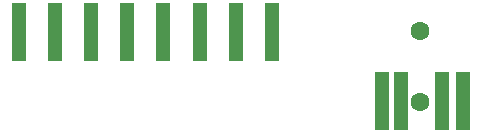
<source format=gbs>
G04*
G04 #@! TF.GenerationSoftware,Altium Limited,Altium Designer,22.10.1 (41)*
G04*
G04 Layer_Color=16711935*
%FSLAX25Y25*%
%MOIN*%
G70*
G04*
G04 #@! TF.SameCoordinates,35FDAC58-FA5E-4571-A4AC-5025684A0D72*
G04*
G04*
G04 #@! TF.FilePolarity,Negative*
G04*
G01*
G75*
%ADD19C,0.06299*%
%ADD23R,0.04724X0.19685*%
D19*
X15373Y11811D02*
D03*
Y-11811D02*
D03*
D23*
X29500Y-11500D02*
D03*
X22500D02*
D03*
X2500D02*
D03*
X9000D02*
D03*
X-94357Y11500D02*
D03*
X-70214D02*
D03*
X-106429D02*
D03*
X-118500D02*
D03*
X-82286D02*
D03*
X-46071D02*
D03*
X-34000D02*
D03*
X-58143D02*
D03*
M02*

</source>
